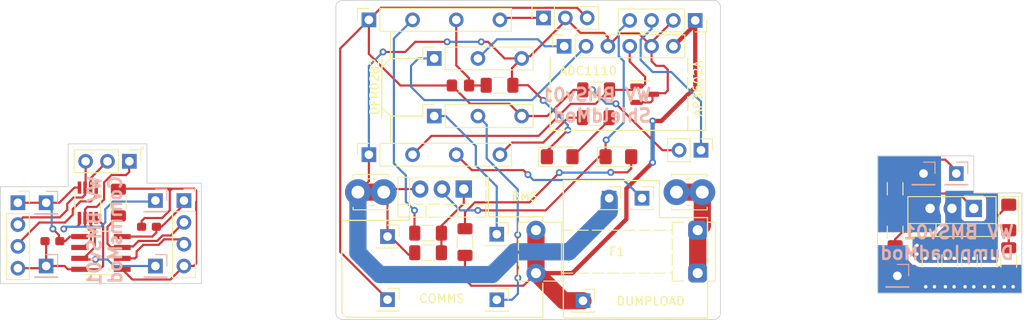
<source format=kicad_pcb>
(kicad_pcb (version 20221018) (generator pcbnew)
  (title_block (title "Skripsie BMS Module") (rev "v01") (company "University of Stellenbosch") (comment 2 "Supervisor: JM Strauss") (comment 3 "Student number: 22877169") (comment 4 "Author: Willem Viljoen"))
  (layers (0 "F.Cu" signal) (31 "B.Cu" signal) (34 "B.Paste" user) (35 "F.Paste" user) (36 "B.SilkS" user "B.Silkscreen") (37 "F.SilkS" user "F.Silkscreen") (38 "B.Mask" user) (39 "F.Mask" user) (44 "Edge.Cuts" user))
  (net 0 "")
  (net 1 "Vcc_OFF_Board")
  (net 2 "GND_ON_Board")
  (net 3 "GND")
  (net 4 "Net-(D1-A)")
  (net 5 "EN(5v)")
  (net 6 "Net-(D2-A)")
  (net 7 "Net-(D3-K)")
  (net 8 "Net-(D3-A)")
  (net 9 "V_terminal")
  (net 10 "V_batt")
  (net 11 "V_REF")
  (net 12 "DUMP_LOAD_ENABLE")
  (net 13 "/D9")
  (net 14 "TX")
  (net 15 "RX")
  (net 16 "Vs")
  (net 17 "I2C_scl")
  (net 18 "I2C_sda")
  (net 19 "Reset")
  (net 20 "/A1")
  (net 21 "DQ")
  (net 22 "5V")
  (net 23 "GND_OFF_Board")
  (net 24 "OUTB_OFF_Board")
  (net 25 "INA_OFF_Board")
  (net 26 "OUTB_ON_Board")
  (net 27 "INA_ON_Board")
  (net 28 "Vcc_ON_Board")
  (net 29 "P1")
  (net 30 "C")
  (net 31 "Net-(Q1-G)")
  (net 32 "Net-(Q2-G)")
  (footprint "Connector_PinSocket_2.54mm:PinSocket_1x05_P2.54mm_Vertical" (layer "F.Cu") (at 123.2025 91.121815 90)
    (fp_text reference "J2" hide)
    (fp_text value "Conn_01x05_Socket" hide)
  )
  (footprint "Resistor_SMD:R_1206_3216Metric_Pad1.30x1.75mm_HandSolder" (layer "F.Cu") (at 176.784 104.674 -90)
    (fp_text reference "R7" hide)
    (fp_text value "10k" hide)
  )
  (footprint "Connector_PinSocket_2.54mm:PinSocket_1x03_P2.54mm_Vertical" (layer "F.Cu") (at 135.9025 79.691815 90)
    (fp_text reference "J16" hide)
    (fp_text value "Conn_01x03_Socket" hide)
  )
  (footprint "Capacitor_SMD:C_0603_1608Metric_Pad1.08x0.95mm_HandSolder" (layer "F.Cu") (at 90.0385 104.013 180)
    (fp_text reference "C1" hide)
    (fp_text value "0.1u" hide)
  )
  (footprint "Connector_PinSocket_2.54mm:PinSocket_1x01_P2.54mm_Vertical" (layer "F.Cu") (at 130.473685 112.517)
    (fp_text reference "J12" hide)
    (fp_text value "Conn_01x01_Socket" hide)
  )
  (footprint "Resistor_SMD:R_1206_3216Metric_Pad1.30x1.75mm_HandSolder" (layer "F.Cu") (at 189.992 108.0125 90)
    (fp_text reference "R8" hide)
    (fp_text value "20" hide)
  )
  (footprint "Connector_PinSocket_2.54mm:PinSocket_1x07_P2.54mm_Vertical" (layer "F.Cu") (at 115.6025 79.920815 90)
    (fp_text reference "J4" hide)
    (fp_text value "Conn_01x07_Socket" hide)
  )
  (footprint "Resistor_SMD:R_1206_3216Metric_Pad1.30x1.75mm_HandSolder" (layer "F.Cu") (at 180.848 108.002 90)
    (fp_text reference "R9" hide)
    (fp_text value "13" hide)
  )
  (footprint "Connector_PinSocket_2.54mm:PinSocket_1x04_P2.54mm_Vertical" (layer "F.Cu") (at 153.5425 79.988815 -90)
    (fp_text reference "J8" hide)
    (fp_text value "Conn_01x04_Socket" hide)
  )
  (footprint "ISO7421DchipFP:ISO7421DchipFP" (layer "F.Cu") (at 84.4505 107.061 180)
    (fp_text reference "U1" hide)
    (fp_text value "ISO7421D" hide)
  )
  (footprint "Resistor_SMD:R_1206_3216Metric_Pad1.30x1.75mm_HandSolder" (layer "F.Cu") (at 86.4825 101.193 -90)
    (fp_text reference "R13" hide)
    (fp_text value "10k" hide)
  )
  (footprint "Package_TO_SOT_THT:TO-220-3_Vertical" (layer "F.Cu") (at 185.928 101.88 180)
    (fp_text reference "Q2" hide)
    (fp_text value "IRF540N" hide)
  )
  (footprint "Connector_PinSocket_2.54mm:PinSocket_1x06_P2.54mm_Vertical" (layer "F.Cu") (at 138.3075 82.993815 90)
    (fp_text reference "J27" hide)
    (fp_text value "Conn_01x06_Socket" hide)
  )
  (footprint "Resistor_SMD:R_1206_3216Metric_Pad1.30x1.75mm_HandSolder" (layer "F.Cu") (at 122.4845 107.039 180)
    (fp_text reference "R4" hide)
    (fp_text value "10k" hide)
  )
  (footprint "Resistor_SMD:R_0805_2012Metric_Pad1.20x1.40mm_HandSolder" (layer "F.Cu") (at 126.2505 87.565815)
    (fp_text reference "TH1" hide)
    (fp_text value "Thermistor_NTC_Temp sensor" hide)
  )
  (footprint "Resistor_SMD:R_1206_3216Metric_Pad1.30x1.75mm_HandSolder" (layer "F.Cu") (at 183.134 108.002 90)
    (fp_text reference "R10" hide)
    (fp_text value "13" hide)
  )
  (footprint "Connector_PinHeader_2.54mm:PinHeader_1x03_P2.54mm_Vertical" (layer "F.Cu") (at 87.7525 96.393 -90)
    (fp_text reference "J21" hide)
    (fp_text value "Conn_01x03" hide)
  )
  (footprint "TerminalBlock_MetzConnect:TerminalBlock_MetzConnect_360272_1x01_Horizontal_ScrewM2.6" (layer "F.Cu") (at 151.365685 99.981)
    (fp_text reference "J5" hide)
    (fp_text value "Screw_Terminal_01x01" hide)
  )
  (footprint "Connector_PinSocket_2.54mm:PinSocket_1x01_P2.54mm_Vertical" (layer "F.Cu") (at 143.5405 100.689)
    (fp_text reference "J11" hide)
    (fp_text value "Conn_01x01_Socket" hide)
  )
  (footprint "Resistor_SMD:R_1206_3216Metric_Pad1.30x1.75mm_HandSolder" (layer "F.Cu") (at 130.791685 87.535 180)
    (fp_text reference "R2" hide)
    (fp_text value "10k" hide)
  )
  (footprint "TI_ANDgateFP:TI_ANDgateFP" (layer "F.Cu") (at 82.9265 101.219 -90)
    (fp_text reference "U2" hide)
    (fp_text value "SN74LVC2G08DCTR" hide)
  )
  (footprint "Connector_PinSocket_2.54mm:PinSocket_1x01_P2.54mm_Vertical" (layer "F.Cu") (at 130.468685 104.882)
    (fp_text reference "J13" hide)
    (fp_text value "Conn_01x01_Socket" hide)
  )
  (footprint "TerminalBlock_MetzConnect:TerminalBlock_MetzConnect_360272_1x01_Horizontal_ScrewM2.6" (layer "F.Cu") (at 114.329685 99.981)
    (fp_text reference "J6" hide)
    (fp_text value "Screw_Terminal_01x01" hide)
  )
  (footprint "LED_SMD:LED_1206_3216Metric_Pad1.42x1.75mm_HandSolder" (layer "F.Cu") (at 137.789 95.863)
    (fp_text reference "D1" hide)
    (fp_text value "LED" hide)
  )
  (footprint "Resistor_SMD:R_1206_3216Metric_Pad1.30x1.75mm_HandSolder" (layer "F.Cu") (at 187.706 108.002 90)
    (fp_text reference "R12" hide)
    (fp_text value "13" hide)
  )
  (footprint "Connector_PinSocket_2.54mm:PinSocket_1x01_P2.54mm_Vertical" (layer "F.Cu") (at 117.768685 112.502)
    (fp_text reference "J14" hide)
    (fp_text value "Conn_01x01_Socket" hide)
  )
  (footprint "Resistor_SMD:R_1206_3216Metric_Pad1.30x1.75mm_HandSolder" (layer "F.Cu") (at 185.42 108.002 90)
    (fp_text reference "R11" hide)
    (fp_text value "13" hide)
  )
  (footprint "Connector_PinSocket_2.54mm:PinSocket_1x04_P2.54mm_Vertical" (layer "F.Cu") (at 94.1025 100.965)
    (fp_text reference "J20" hide)
    (fp_text value "Conn_01x04_Socket" hide)
  )
  (footprint "Connector_PinSocket_2.54mm:PinSocket_1x01_P2.54mm_Vertical" (layer "F.Cu") (at 147.3505 100.689)
    (fp_text reference "J10" hide)
    (fp_text value "Conn_01x01_Socket" hide)
  )
  (footprint "Resistor_SMD:R_1206_3216Metric_Pad1.30x1.75mm_HandSolder" (layer "F.Cu") (at 142.0245 88.073815 180)
    (fp_text reference "R14" hide)
    (fp_text value "10" hide)
  )
  (footprint "Fuse:Fuseholder_Clip-5x20mm_Littelfuse_111_Lateral_P18.80x5.00mm_D1.17mm_Horizontal" (layer "F.Cu") (at 153.8295 109.412 180)
    (fp_text reference "F1")
    (fp_text value "Fuse_Small" hide)
  )
  (footprint "Package_TO_SOT_THT:TO-220-3_Vertical" (layer "F.Cu") (at 126.6365 99.626 180)
    (fp_text reference "Q1" hide)
    (fp_text value "IRF540N" hide)
  )
  (footprint "Resistor_SMD:R_1206_3216Metric_Pad1.30x1.75mm_HandSolder" (layer "F.Cu") (at 176.784 99.594 -90)
    (fp_text reference "R6" hide)
    (fp_text value "499" hide)
  )
  (footprint "Resistor_SMD:R_1206_3216Metric_Pad1.30x1.75mm_HandSolder" (layer "F.Cu") (at 126.7765 105.795 90)
    (fp_text reference "R5" hide)
    (fp_text value "150" hide)
  )
  (footprint "LED_SMD:LED_1206_3216Metric_Pad1.42x1.75mm_HandSolder" (layer "F.Cu") (at 144.6105 95.863)
    (fp_text reference "D2" hide)
    (fp_text value "LED" hide)
  )
  (footprint "Capacitor_SMD:C_0603_1608Metric_Pad1.08x0.95mm_HandSolder" (layer "F.Cu") (at 78.8117 105.6894)
    (fp_text reference "C2" hide)
    (fp_text value "0.1u" hide)
  )
  (footprint "Connector_PinHeader_2.54mm:PinHeader_1x02_P2.54mm_Vertical" (layer "F.Cu") (at 154.2135 95.101 -90)
    (fp_text reference "J7" hide)
    (fp_text value "Conn_01x02_Pin" hide)
  )
  (footprint "Connector_PinSocket_2.54mm:PinSocket_1x04_P2.54mm_Vertical" (layer "F.Cu") (at 74.7985 101.219)
    (fp_text reference "J22" hide)
    (fp_text value "Conn_01x04_Socket" hide)
  )
  (footprint "Connector_PinSocket_2.54mm:PinSocket_1x05_P2.54mm_Vertical" (layer "F.Cu") (at 123.2025 84.416215 90)
    (fp_text reference "J3" hide)
    (fp_text value "Conn_01x05_Socket" hide)
  )
  (footprint "Connector_PinSocket_2.54mm:PinSocket_1x01_P2.54mm_Vertical" (layer "F.Cu") (at 140.4925 112.627)
    (fp_text reference "J9" hide)
    (fp_text value "Conn_01x01_Socket" hide)
  )
  (footprint "Resistor_SMD:R_1206_3216Metric_Pad1.30x1.75mm_HandSolder" (layer "F.Cu") (at 141.986 91.313)
    (fp_text reference "R1" hide)
    (fp_text value "150" hide)
  )
  (footprint "Connector_PinSocket_2.54mm:PinSocket_1x07_P2.54mm_Vertical" (layer "F.Cu") (at 115.6025 95.620815 90)
    (fp_text reference "J1" hide)
    (fp_text value "Conn_01x07_Socket" hide)
  )
  (footprint "Connector_PinSocket_2.54mm:PinSocket_1x01_P2.54mm_Vertical" (layer "F.Cu") (at 117.768685 105.152)
    (fp_text reference "J15" hide)
    (fp_text value "Conn_01x01_Socket" hide)
  )
  (footprint "Resistor_SMD:R_1206_3216Metric_Pad1.30x1.75mm_HandSolder" (layer "F.Cu") (at 122.4845 104.753)
    (fp_text reference "R3" hide)
    (fp_text value "499" hide)
  )
  (footprint "Package_TO_SOT_SMD:SOT-23" (layer "F.Cu") (at 147.665 88.581815)
    (fp_text reference "U3" hide)
    (fp_text value "LM4040DBZ-5" hide)
  )
  (footprint "LED_SMD:LED_1206_3216Metric_Pad1.42x1.75mm_HandSolder" (layer "F.Cu") (at 189.992 102.9325 -90)
    (fp_text reference "D3" hide)
    (fp_text value "Blue LED" hide)
  )
  (footprint "Connector_PinHeader_2.54mm:PinHeader_1x01_P2.54mm_Vertical" (layer "B.Cu") (at 90.7841 108.585 180)
    (fp_text reference "J24" hide)
    (fp_text value "Conn_01x01_Pin" hide)
  )
  (footprint "Connector_PinHeader_2.54mm:PinHeader_1x01_P2.54mm_Vertical" (layer "B.Cu") (at 180.086 97.816 180)
    (fp_text reference "J19" hide)
    (fp_text value "Conn_01x01_Pin" hide)
  )
  (footprint "Connector_PinHeader_2.54mm:PinHeader_1x01_P2.54mm_Vertical" (layer "B.Cu") (at 78.0841 101.219 180)
    (fp_text reference "J23" hide)
    (fp_text value "Conn_01x01_Pin" hide)
  )
  (footprint "Connector_PinHeader_2.54mm:PinHeader_1x01_P2.54mm_Vertical" (layer "B.Cu") (at 78.0841 108.5778 180)
    (fp_text reference "J26" hide)
    (fp_text value "Conn_01x01_Pin" hide)
  )
  (footprint "Connector_PinHeader_2.54mm:PinHeader_1x01_P2.54mm_Vertical" (layer "B.Cu") (at 90.7841 100.9578 180)
    (fp_text reference "J25" hide)
    (fp_text value "Conn_01x01_Pin" hide)
  )
  (footprint "Connector_PinHeader_2.54mm:PinHeader_1x01_P2.54mm_Vertical" (layer "B.Cu") (at 183.896 97.816 180)
    (fp_text reference "J18" hide)
    (fp_text value "Conn_01x01_Pin" hide)
  )
  (footprint "Connector_PinHeader_2.54mm:PinHeader_1x01_P2.54mm_Vertical" (layer "B.Cu") (at 177.038 109.728 180)
    (fp_text reference "J17" hide)
    (fp_text value "Conn_01x01_Pin" hide)
  )
  (gr_line (start 149.3825 98.631) (end 138.2065 98.631) (stroke (width 0.15)) (layer "F.SilkS"))
  (gr_line (start 138.2065 98.631) (end 138.2065 114.633) (stroke (width 0.15)) (layer "F.SilkS"))
  (gr_line (start 112.453685 114.045) (end 112.453685 103.269) (stroke (width 0.15)) (layer "F.SilkS"))
  (gr_line (start 118.1225 81.273815) (end 118.1225 84.445815) (stroke (width 0.15)) (layer "F.SilkS"))
  (gr_line (start 135.821685 103.356) (end 135.821685 102.861) (stroke (width 0.15)) (layer "F.SilkS"))
  (gr_line (start 154.9705 102.949) (end 149.3825 102.949) (stroke (width 0.15)) (layer "F.SilkS"))
  (gr_line (start 135.821685 114.545) (end 112.953685 114.545) (stroke (width 0.15)) (layer "F.SilkS"))
  (gr_line (start 118.1225 94.253815) (end 118.1225 91.121815) (stroke (width 0.15)) (layer "F.SilkS"))
  (gr_line (start 136.6769 84.279215) (end 136.6769 92.789215) (stroke (width 0.15)) (layer "F.SilkS"))
  (gr_line (start 152.6769 92.779215) (end 152.6769 84.259215) (stroke (width 0.15) (type dash)) (layer "F.SilkS"))
  (gr_line (start 149.3825 102.949) (end 149.3825 98.631) (stroke (width 0.15)) (layer "F.SilkS"))
  (gr_line (start 117.1065 91.375815) (end 117.1065 84.263815) (stroke (width 0.15)) (layer "F.SilkS"))
  (gr_line (start 135.821685 102.861) (end 129.480685 102.861) (stroke (width 0.15)) (layer "F.SilkS"))
  (gr_line (start 118.1225 91.121815) (end 121.8225 91.121815) (stroke (width 0.15)) (layer "F.SilkS"))
  (gr_line (start 154.7365 92.789215) (end 154.7365 81.268815) (stroke (width 0.15)) (layer "F.SilkS"))
  (gr_line (start 118.1225 84.445815) (end 117.1225 85.445815) (stroke (width 0.15)) (layer "F.SilkS"))
  (gr_line (start 118.1225 91.121815) (end 117.1225 90.121815) (stroke (width 0.15)) (layer "F.SilkS"))
  (gr_line (start 135.821685 114.545) (end 135.821685 110.591) (stroke (width 0.15)) (layer "F.SilkS"))
  (gr_line (start 120.327685 103.269) (end 120.327685 98.289) (stroke (width 0.15)) (layer "F.SilkS"))
  (gr_line (start 144.7425 81.678815) (end 144.7425 81.318815) (stroke (width 0.15)) (layer "F.SilkS"))
  (gr_line (start 136.6769 92.789215) (end 154.7365 92.789215) (stroke (width 0.15)) (layer "F.SilkS"))
  (gr_line (start 138.2065 114.633) (end 154.9705 114.633) (stroke (width 0.15)) (layer "F.SilkS"))
  (gr_line (start 154.9705 114.633) (end 154.9705 102.949) (stroke (width 0.15)) (layer "F.SilkS"))
  (gr_line (start 118.1225 84.445815) (end 121.8225 84.445815) (stroke (width 0.15)) (layer "F.SilkS"))
  (gr_line (start 129.480685 102.861) (end 129.480685 98.289) (stroke (width 0.15)) (layer "F.SilkS"))
  (gr_line (start 129.480685 98.289) (end 120.327685 98.289) (stroke (width 0.15)) (layer "F.SilkS"))
  (gr_line (start 112.453685 103.269) (end 120.327685 103.269) (stroke (width 0.15)) (layer "F.SilkS"))
  (gr_line (start 112.453685 114.045) (end 112.953685 114.545) (stroke (width 0.15)) (layer "F.SilkS"))
  (gr_line (start 96.1345 110.617) (end 96.1345 98.933) (stroke (width 0.1)) (layer "Edge.Cuts"))
  (gr_line (start 96.1345 98.933) (end 89.7935 98.933) (stroke (width 0.1)) (layer "Edge.Cuts"))
  (gr_line (start 72.7665 110.617) (end 72.7665 99.341) (stroke (width 0.1)) (layer "Edge.Cuts"))
  (gr_line (start 112.522 114.808) (end 155.7145 114.808) (stroke (width 0.1)) (layer "Edge.Cuts"))
  (gr_arc (start 156.4765 114.046) (mid 156.253315 114.584815) (end 155.7145 114.808) (stroke (width 0.1)) (layer "Edge.Cuts"))
  (gr_line (start 191.516 111.76) (end 191.516 100.076) (stroke (width 0.1)) (layer "Edge.Cuts"))
  (gr_line (start 156.4765 114.046) (end 156.4765 78.421815) (stroke (width 0.1)) (layer "Edge.Cuts"))
  (gr_arc (start 111.76 78.421815) (mid 111.983182 77.882997) (end 112.522 77.659815) (stroke (width 0.1)) (layer "Edge.Cuts"))
  (gr_line (start 89.7935 94.361) (end 80.6405 94.361) (stroke (width 0.1)) (layer "Edge.Cuts"))
  (gr_line (start 96.1345 110.617) (end 72.7665 110.617) (stroke (width 0.1)) (layer "Edge.Cuts"))
  (gr_line (start 185.928 100.076) (end 185.928 95.758) (stroke (width 0.1)) (layer "Edge.Cuts"))
  (gr_line (start 174.752 95.758) (end 174.752 111.76) (stroke (width 0.1)) (layer "Edge.Cuts"))
  (gr_arc (start 112.522 114.808) (mid 111.983185 114.584815) (end 111.76 114.046) (stroke (width 0.1)) (layer "Edge.Cuts"))
  (gr_line (start 185.928 95.758) (end 174.752 95.758) (stroke (width 0.1)) (layer "Edge.Cuts"))
  (gr_line (start 155.7145 77.659815) (end 112.522 77.659815) (stroke (width 0.1)) (layer "Edge.Cuts"))
  (gr_line (start 191.516 100.076) (end 185.928 100.076) (stroke (width 0.1)) (layer "Edge.Cuts"))
  (gr_line (start 80.6405 99.341) (end 80.6405 94.361) (stroke (width 0.1)) (layer "Edge.Cuts"))
  (gr_line (start 72.7665 99.341) (end 80.6405 99.341) (stroke (width 0.1)) (layer "Edge.Cuts"))
  (gr_line (start 89.7935 98.933) (end 89.7935 94.361) (stroke (width 0.1)) (layer "Edge.Cuts"))
  (gr_arc (start 155.7145 77.659815) (mid 156.2533 77.883006) (end 156.4765 78.421815) (stroke (width 0.1)) (layer "Edge.Cuts"))
  (gr_line (start 111.76 78.421815) (end 111.76 114.046) (stroke (width 0.1)) (layer "Edge.Cuts"))
  (gr_line (start 174.752 111.76) (end 191.516 111.76) (stroke (width 0.1)) (layer "Edge.Cuts"))
  (gr_text "WV BMSv01\nCommsMod" (at 86.9905 97.917 90) (layer "B.SilkS") (effects (font (size 1.5 1.5) (thickness 0.3) bold) (justify left bottom mirror)))
  (gr_text "WV BMSv01\nShieldMod" (at 148.59 91.948) (layer "B.SilkS") (effects (font (size 1.5 1.5) (thickness 0.3) bold) (justify left bottom mirror)))
  (gr_text "WV BMSv01\nDumploadMod" (at 190.754 107.95) (layer "B.SilkS") (effects (font (size 1.5 1.5) (thickness 0.3) bold) (justify left bottom mirror)))
  (gr_text "DUMPLOAD" (at 144.3025 113.262) (layer "F.SilkS") (effects (font (size 1 1)) (justify left bottom)))
  (gr_text "BMS" (at 132.08 101.092) (layer "F.SilkS") (effects (font (size 1 1)) (justify left bottom)))
  (gr_text "COMMS" (at 121.343685 112.971) (layer "F.SilkS") (effects (font (size 1 1)) (justify left bottom)))
  (gr_text "ADC1110" (at 137.6805 86.436815) (layer "F.SilkS") (effects (font (size 1 1)) (justify left bottom)))
  (gr_text "DFR0282" (at 116.8525 91.121815 90) (layer "F.SilkS") (effects (font (size 1 1)) (justify left bottom)))
  (gr_text "AP3602A" (at 154.4325 91.268815 90) (layer "F.SilkS") (effects (font (size 1 1)) (justify left bottom)))
  (segment (start 92.7165 99.579) (end 92.6129 99.579) (width 0.25) (layer "F.Cu") (net 1))
  (segment (start 89.176 103.3515) (end 89.5305 102.997) (width 0.25) (layer "F.Cu") (net 1))
  (segment (start 92.4565 99.839) (end 92.7165 99.579) (width 0.25) (layer "F.Cu") (net 1))
  (segment (start 95.3065 99.579) (end 92.7165 99.579) (width 0.25) (layer "F.Cu") (net 1))
  (segment (start 92.3465 99.579) (end 92.2365 99.579) (width 0.25) (layer "F.Cu") (net 1))
  (segment (start 92.5285 110.159) (end 88.1135 110.159) (width 0.25) (layer "F.Cu") (net 1))
  (segment (start 92.4565 102.103) (end 92.4565 99.839) (width 0.25) (layer "F.Cu") (net 1))
  (segment (start 89.176 104.013) (end 89.176 103.3515) (width 0.25) (layer "F.Cu") (net 1))
  (segment (start 92.4565 99.839) (end 92.4565 99.579) (width 0.25) (layer "F.Cu") (net 1))
  (segment (start 95.5265 108.289) (end 95.5265 99.799) (width 0.25) (layer "F.Cu") (net 1))
  (segment (start 92.6129 99.579) (end 92.3465 99.579) (width 0.25) (layer "F.Cu") (net 1))
  (segment (start 92.4565 99.839) (end 92.4565 99.799) (width 0.25) (layer "F.Cu") (net 1))
  (segment (start 89.5305 102.997) (end 91.5625 102.997) (width 0.25) (layer "F.Cu") (net 1))
  (segment (start 92.2365 99.579) (end 86.5465 99.579) (width 0.25) (layer "F.Cu") (net 1))
  (segment (start 94.1025 108.585) (end 95.2305 108.585) (width 0.25) (layer "F.Cu") (net 1))
  (segment (start 88.1135 110.159) (end 86.9205 108.966) (width 0.25) (layer "F.Cu") (net 1))
  (segment (start 95.2305 108.585) (end 95.5265 108.289) (width 0.25) (layer "F.Cu") (net 1))
  (segment (start 92.4565 99.799) (end 92.2365 99.579) (width 0.25) (layer "F.Cu") (net 1))
  (segment (start 95.5265 99.799) (end 95.3065 99.579) (width 0.25) (layer "F.Cu") (net 1))
  (segment (start 94.1025 108.585) (end 92.5285 110.159) (width 0.25) (layer "F.Cu") (net 1))
  (segment (start 86.5465 99.579) (end 86.4825 99.643) (width 0.25) (layer "F.Cu") (net 1))
  (segment (start 91.5625 102.997) (end 92.4565 102.103) (width 0.25) (layer "F.Cu") (net 1))
  (segment (start 80.2961 105.6894) (end 80.8295 105.156) (width 0.25) (layer "F.Cu") (net 2))
  (segment (start 80.8295 105.156) (end 81.9805 105.156) (width 0.25) (layer "F.Cu") (net 2))
  (segment (start 79.6065 101.219) (end 81.3765 99.449) (width 0.25) (layer "F.Cu") (net 2))
  (segment (start 81.3765 99.449) (end 81.9515 99.449) (width 0.25) (layer "F.Cu") (net 2))
  (segment (start 74.7985 101.219) (end 79.6065 101.219) (width 0.25) (layer "F.Cu") (net 2))
  (segment (start 79.5665 105.5817) (end 79.6742 105.6894) (width 0.25) (layer "F.Cu") (net 2))
  (segment (start 78.8625 104.267) (end 79.5665 104.971) (width 0.25) (layer "F.Cu") (net 2))
  (segment (start 79.6742 105.6894) (end 80.2961 105.6894) (width 0.25) (layer "F.Cu") (net 2))
  (segment (start 79.5665 104.971) (end 79.5665 105.5817) (width 0.25) (layer "F.Cu") (net 2))
  (via blind (at 78.8625 104.267) (size 0.8) (drill 0.4) (layers "F.Cu" "B.Cu") (net 2))
  (segment (start 78.7265 104.131) (end 78.8625 104.267) (width 0.25) (layer "B.Cu") (net 2))
  (segment (start 78.4905 100.965) (end 78.7265 101.201) (width 0.25) (layer "B.Cu") (net 2))
  (segment (start 78.7265 101.201) (end 78.7265 104.131) (width 0.25) (layer "B.Cu") (net 2))
  (segment (start 117.684685 99.626) (end 117.329685 99.981) (width 0.25) (layer "F.Cu") (net 3))
  (segment (start 146.9875 81.513815) (end 148.4675 82.993815) (width 0.25) (layer "F.Cu") (net 3))
  (segment (start 133.3625 84.416215) (end 133.6099 84.168815) (width 0.25) (layer "F.Cu") (net 3))
  (segment (start 148.35287 89.531815) (end 148.571685 89.313) (width 0.25) (layer "F.Cu") (net 3))
  (segment (start 118.106 105.152) (end 117.768685 105.152) (width 0.25) (layer "F.Cu") (net 3))
  (segment (start 120.224 107.27) (end 118.106 105.152) (width 0.25) (layer "F.Cu") (net 3))
  (segment (start 120.7035 107.27) (end 120.224 107.27) (width 0.25) (layer "F.Cu") (net 3))
  (segment (start 148.4675 82.523815) (end 148.4675 82.993815) (width 0.25) (layer "F.Cu") (net 3))
  (segment (start 121 82.48) (end 124.7 82.48) (width 0.25) (layer "F.Cu") (net 3))
  (segment (start 134.105 87.535) (end 132.341685 87.535) (width 0.25) (layer "F.Cu") (net 3))
  (segment (start 178.67 104.59) (end 180.848 102.412) (width 0.25) (layer "F.Cu") (net 3))
  (segment (start 138.4425 80.053815) (end 138.4425 79.691815) (width 0.25) (layer "F.Cu") (net 3))
  (segment (start 132.2365 87.565815) (end 132.2365 85.542215) (width 0.25) (layer "F.Cu") (net 3))
  (segment (start 144.8675 81.513815) (end 146.9875 81.513815) (width 0.25) (layer "F.Cu") (net 3))
  (segment (start 115.6025 98.708185) (end 114.329685 99.981) (width 0.25) (layer "F.Cu") (net 3))
  (segment (start 114.329685 99.981) (end 117.329685 99.981) (width 2) (layer "F.Cu") (net 3))
  (segment (start 176.78 106.22) (end 176.78 105.47) (width 0.25) (layer "F.Cu") (net 3))
  (segment (start 151.0025 79.988815) (end 148.4675 82.523815) (width 0.25) (layer "F.Cu") (net 3))
  (segment (start 128.67 82.48) (end 129.45 82.48) (width 0.25) (layer "F.Cu") (net 3))
  (segment (start 148.4675 84.738815) (end 148.4675 82.993815) (width 0.25) (layer "F.Cu") (net 3))
  (segment (start 121.5565 99.626) (end 117.684685 99.626) (width 0.25) (layer "F.Cu") (net 3))
  (segment (start 135.87 89.3) (end 134.105 87.535) (width 0.25) (layer "F.Cu") (net 3))
  (segment (start 180.848 102.412) (end 180.848 101.88) (width 0.25) (layer "F.Cu") (net 3))
  (segment (start 150.0425 88.463815) (end 150.349685 88.15663) (width 0.25) (layer "F.Cu") (net 3))
  (segment (start 148.571685 88.61263) (end 148.6025 88.581815) (width 0.25) (layer "F.Cu") (net 3))
  (segment (start 119.82 83.66) (end 121 82.48) (width 0.25) (layer "F.Cu") (net 3))
  (segment (start 146.7275 89.531815) (end 148.35287 89.531815) (width 0.25) (layer "F.Cu") (net 3))
  (segment (start 117.768685 100.42) (end 117.329685 99.981) (width 0.25) (layer "F.Cu") (net 3))
  (segment (start 149.9025 85.273815) (end 149.0025 85.273815) (width 0.25) (layer "F.Cu") (net 3))
  (segment (start 177.66 104.59) (end 178.67 104.59) (width 0.25) (layer "F.Cu") (net 3))
  (segment (start 132.2365 85.542215) (end 133.3625 84.416215) (width 0.25) (layer "F.Cu") (net 3))
  (segment (start 143.3875 82.993815) (end 144.8675 81.513815) (width 0.25) (layer "F.Cu") (net 3))
  (segment (start 176.784 106.224) (end 176.78 106.22) (width 0.25) (layer "F.Cu") (net 3))
  (segment (start 143.3875 82.993815) (end 143.3875 81.918815) (width 0.25) (layer "F.Cu") (net 3))
  (segment (start 176.78 105.47) (end 177.66 104.59) (width 0.25) (layer "F.Cu") (net 3))
  (segment (start 117.25 83.66) (end 119.82 83.66) (width 0.25) (layer "F.Cu") (net 3))
  (segment (start 133.6099 84.168815) (end 134.3275 84.168815) (width 0.25) (layer "F.Cu") (net 3))
  (segment (start 150.349685 85.721) (end 149.9025 85.273815) (width 0.25) (layer "F.Cu") (net 3))
  (segment (start 136.3015 95.863) (end 136.3015 95.1885) (width 0.25) (layer "F.Cu") (net 3))
  (segment (start 143.3875 81.918815) (end 142.9025 81.433815) (width 0.25) (layer "F.Cu") (net 3))
  (segment (start 148.6075 88.463815) (end 150.0425 88.463815) (width 0.25) (layer "F.Cu") (net 3))
  (segment (start 115.6025 95.620815) (end 115.6025 98.708185) (width 0.25) (layer "F.Cu") (net 3))
  (segment (start 120.9345 107.039) (end 120.7035 107.27) (width 0.25) (layer "F.Cu") (net 3))
  (segment (start 129.45 82.48) (end 131.386215 84.416215) (width 0.25) (layer "F.Cu") (net 3))
  (segment (start 148.6025 88.468815) (end 148.6075 88.463815) (width 0.25) (layer "F.Cu") (net 3))
  (segment (start 149.0025 85.273815) (end 148.4675 84.738815) (width 0.25) (layer "F.Cu") (net 3))
  (segment (start 140.1845 81.433815) (end 138.4425 79.691815) (width 0.25) (layer "F.Cu") (net 3))
  (segment (start 136.3015 95.1885) (end 138.73 92.76) (width 0.25) (layer "F.Cu") (net 3))
  (segment (start 134.3275 84.168815) (end 138.4425 80.053815) (width 0.25) (layer "F.Cu") (net 3))
  (segment (start 150.349685 88.15663) (end 150.349685 85.721) (width 0.25) (layer "F.Cu") (net 3))
  (segment (start 148.571685 89.313) (end 148.571685 88.61263) (width 0.25) (layer "F.Cu") (net 3))
  (segment (start 142.9025 81.433815) (end 140.1845 81.433815) (width 0.25) (layer "F.Cu") (net 3))
  (segment (start 117.768685 105.152) (end 117.768685 100.42) (width 0.25) (layer "F.Cu") (net 3))
  (segment (start 131.386215 84.416215) (end 133.3625 84.416215) (width 0.25) (layer "F.Cu") (net 3))
  (via blind (at 124.7 82.48) (size 0.8) (drill 0.4) (layers "F.Cu" "B.Cu") (net 3))
  (via blind (at 138.73 92.76) (size 0.8) (drill 0.4) (layers "F.Cu" "B.Cu") (net 3))
  (via blind (at 135.87 89.3) (size 0.8) (drill 0.4) (layers "F.Cu" "B.Cu") (net 3))
  (via blind (at 128.67 82.48) (size 0.8) (drill 0.4) (layers "F.Cu" "B.Cu") (net 3))
  (via blind (at 117.25 83.66) (size 0.8) (drill 0.4) (layers "F.Cu" "B.Cu") (net 3))
  (segment (start 132.58 106.93) (end 129.93 109.58) (width 2) (layer "B.Cu") (net 3))
  (segment (start 138.73 92.16) (end 135.87 89.3) (width 0.25) (layer "B.Cu") (net 3))
  (segment (start 115.6025 85.3075) (end 117.25 83.66) (width 0.25) (layer "B.Cu") (net 3))
  (segment (start 118.177685 104.893) (end 118.413685 105.129) (width 0.25) (layer "B.Cu") (net 3))
  (segment (start 143.5405 100.689) (end 143.5405 102.2495) (width 2) (layer "B.Cu") (net 3))
  (segment (start 138.86 106.93) (end 132.58 106.93) (width 2) (layer "B.Cu") (net 3))
  (segment (start 129.93 109.58) (end 125.123342 109.58) (width 2) (layer "B.Cu") (net 3))
  (segment (start 115.6025 95.620815) (end 115.6025 85.3075) (width 0.25) (layer "B.Cu") (net 3))
  (segment (start 116.856657 109.58) (end 125.123342 109.58) (width 2) (layer "B.Cu") (net 3))
  (segment (start 125.123342 109.58) (end 125.133342 109.59) (width 0.25) (layer "B.Cu") (net 3))
  (segment (start 138.73 92.76) (end 138.73 92.16) (width 0.25) (layer "B.Cu") (net 3))
  (segment (start 143.5405 102.2495) (end 138.86 106.93) (width 2) (layer "B.Cu") (net 3))
  (segment (start 114.329685 107.053028) (end 114.796342 107.519685) (width 2) (layer "B.Cu") (net 3))
  (segment (start 114.796342 107.519685) (end 116.856657 109.58) (width 2) (layer "B.Cu") (net 3))
  (segment (start 124.7 82.48) (end 128.67 82.48) (width 0.25) (layer "B.Cu") (net 3))
  (segment (start 114.329685 99.981) (end 114.329685 107.053028) (width 2) (layer "B.Cu") (net 3))
  (segment (start 143.536 91.6035) (end 143.536 91.313) (width 0.25) (layer "F.Cu") (net 4))
  (segment (start 139.2765 95.863) (end 143.536 91.6035) (width 0.25) (layer "F.Cu") (net 4))
  (segment (start 141.732 96.52) (end 142.389 95.863) (width 0.25) (layer "F.Cu") (net 5))
  (segment (start 136.144 102.108) (end 141.732 96.52) (width 0.25) (layer "F.Cu") (net 5))
  (segment (start 143.123 95.863) (end 143.123 93.977) (width 0.25) (layer "F.Cu") (net 5))
  (segment (start 142.389 95.863) (end 143.123 95.863) (width 0.25) (layer "F.Cu") (net 5))
  (segment (start 143.123 93.977) (end 143.19 93.91) (width 0.25) (layer "F.Cu") (net 5))
  (segment (start 128.27 102.108) (end 136.144 102.108) (width 0.25) (layer "F.Cu") (net 5))
  (via blind (at 128.27 102.108) (size 0.8) (drill 0.4) (layers "F.Cu" "B.Cu") (net 5))
  (via blind (at 143.19 93.91) (size 0.8) (drill 0.4) (layers "F.Cu" "B.Cu") (net 5))
  (segment (start 145.9225 79.988815) (end 144.65 81.261315) (width 0.25) (layer "B.Cu") (net 5))
  (segment (start 144.65 84.15) (end 145.23 84.73) (width 0.25) (layer "B.Cu") (net 5))
  (segment (start 145.23 84.73) (end 145.23 91.87) (width 0.25) (layer "B.Cu") (net 5))
  (segment (start 124.0965 99.626) (end 124.0965 99.9665) (width 0.25) (layer "B.Cu") (net 5))
  (segment (start 126.238 102.108) (end 128.27 102.108) (width 0.25) (layer "B.Cu") (net 5))
  (segment (start 124.0965 99.9665) (end 126.238 102.108) (width 0.25) (layer "B.Cu") (net 5))
  (segment (start 145.23 91.87) (end 143.19 93.91) (width 0.25) (layer "B.Cu") (net 5))
  (segment (start 144.65 81.261315) (end 144.65 84.15) (width 0.25) (layer "B.Cu") (net 5))
  (segment (start 127.93 101.17) (end 134.28 101.17) (width 0.25) (layer "F.Cu") (net 6))
  (segment (start 146.098 97.232) (end 146.098 95.863) (width 0.25) (layer "F.Cu") (net 6))
  (segment (start 126.7765 102.3235) (end 127.93 101.17) (width 0.25) (layer "F.Cu") (net 6))
  (segment (start 143.72 97.68) (end 145.65 97.68) (width 0.25) (layer "F.Cu") (net 6))
  (segment (start 145.65 97.68) (end 146.098 97.232) (width 0.25) (layer "F.Cu") (net 6))
  (segment (start 126.7765 104.245) (end 126.7765 102.3235) (width 0.25) (layer "F.Cu") (net 6))
  (segment (start 134.28 101.17) (end 137.74 97.71) (width 0.25) (layer "F.Cu") (net 6))
  (via blind (at 137.74 97.71) (size 0.8) (drill 0.4) (layers "F.Cu" "B.Cu") (net 6))
  (via blind (at 143.72 97.68) (size 0.8) (drill 0.4) (layers "F.Cu" "B.Cu") (net 6))
  (segment (start 137.74 97.71) (end 143.69 97.71) (width 0.25) (layer "B.Cu") (net 6))
  (segment (start 143.69 97.71) (end 143.72 97.68) (width 0.25) (layer "B.Cu") (net 6))
  (segment (start 187.706 103.731) (end 189.992 101.445) (width 0.25) (layer "F.Cu") (net 7))
  (segment (start 187.706 106.452) (end 187.706 103.731) (width 0.25) (layer "F.Cu") (net 7))
  (via blind (at 183.642 107.696) (size 0.8) (drill 0.4) (layers "F.Cu" "B.Cu") (net 7))
  (via blind (at 185.928 107.696) (size 0.8) (drill 0.4) (layers "F.Cu" "B.Cu") (net 7))
  (via blind (at 180.34 107.696) (size 0.8) (drill 0.4) (layers "F.Cu" "B.Cu") (net 7))
  (via blind (at 179.324 107.188) (size 0.8) (drill 0.4) (layers "F.Cu" "B.Cu") (net 7))
  (via blind (at 187.198 107.696) (size 0.8) (drill 0.4) (layers "F.Cu" "B.Cu") (net 7))
  (via blind (at 179.324 106.172) (size 0.8) (drill 0.4) (layers "F.Cu" "B.Cu") (net 7))
  (via blind (at 184.912 107.696) (size 0.8) (drill 0.4) (layers "F.Cu" "B.Cu") (net 7))
  (via blind (at 188.214 107.696) (size 0.8) (drill 0.4) (layers "F.Cu" "B.Cu") (net 7))
  (via blind (at 182.626 107.696) (size 0.8) (drill 0.4) (layers "F.Cu" "B.Cu") (net 7))
  (via blind (at 181.356 107.696) (size 0.8) (drill 0.4) (layers "F.Cu" "B.Cu") (net 7))
  (segment (start 189.992 104.42) (end 189.992 106.4625) (width 0.25) (layer "F.Cu") (net 8))
  (segment (start 151.365685 99.981) (end 154.365685 99.981) (width 2) (layer "F.Cu") (net 9))
  (segment (start 154.365685 99.981) (end 154.365685 103.875815) (width 2) (layer "F.Cu") (net 9))
  (segment (start 153.8295 104.412) (end 153.8295 109.412) (width 2) (layer "F.Cu") (net 9))
  (segment (start 154.365685 103.875815) (end 153.8295 104.412) (width 2) (layer "F.Cu") (net 9))
  (segment (start 135.0295 104.412) (end 135.0295 109.412) (width 2) (layer "F.Cu") (net 10))
  (segment (start 148.59 96.52) (end 145.542 99.568) (width 0.5) (layer "F.Cu") (net 10))
  (segment (start 153.5425 80.458815) (end 151.0075 82.993815) (width 0.5) (layer "F.Cu") (net 10))
  (segment (start 135.0295 109.412) (end 133.5615 110.88) (width 0.25) (layer "F.Cu") (net 10))
  (segment (start 153.5425 79.988815) (end 153.5425 87.7575) (width 0.5) (layer "F.Cu") (net 10))
  (segment (start 138.2445 112.627) (end 135.0295 109.412) (width 2) (layer "F.Cu") (net 10))
  (segment (start 153.5425 79.988815) (end 153.5425 80.458815) (width 0.25) (layer "F.Cu") (net 10))
  (segment (start 139.254 109.412) (end 135.0295 109.412) (width 0.5) (layer "F.Cu") (net 10))
  (segment (start 126.7765 110.1365) (end 126.7765 107.345) (width 0.25) (layer "F.Cu") (net 10))
  (segment (start 149.606 91.694) (end 148.59 91.694) (width 0.5) (layer "F.Cu") (net 10))
  (segment (start 153.5425 87.7575) (end 149.606 91.694) (width 0.5) (layer "F.Cu") (net 10))
  (segment (start 145.542 99.568) (end 145.542 103.124) (width 0.5) (layer "F.Cu") (net 10))
  (segment (start 145.542 103.124) (end 139.254 109.412) (width 0.5) (layer "F.Cu") (net 10))
  (segment (start 133.5615 110.88) (end 127.52 110.88) (width 0.25) (layer "F.Cu") (net 10))
  (segment (start 127.52 110.88) (end 126.7765 110.1365) (width 0.25) (layer "F.Cu") (net 10))
  (segment (start 140.4925 112.627) (end 138.2445 112.627) (width 2) (layer "F.Cu") (net 10))
  (via blind (at 181.356 110.998) (size 0.8) (drill 0.4) (layers "F.Cu" "B.Cu") (net 10))
  (via blind (at 183.642 110.998) (size 0.8) (drill 0.4) (layers "F.Cu" "B.Cu") (net 10))
  (via blind (at 148.59 96.52) (size 0.8) (drill 0.4) (layers "F.Cu" "B.Cu") (net 10))
  (via blind (at 189.484 110.998) (size 0.8) (drill 0.4) (layers "F.Cu" "B.Cu") (net 10))
  (via blind (at 187.198 110.998) (size 0.8) (drill 0.4) (layers "F.Cu" "B.Cu") (net 10))
  (via blind (at 148.59 91.694) (size 0.8) (drill 0.4) (layers "F.Cu" "B.Cu") (net 10))
  (via blind (at 185.928 110.998) (size 0.8) (drill 0.4) (layers "F.Cu" "B.Cu") (net 10))
  (via blind (at 184.912 110.998) (size 0.8) (drill 0.4) (layers "F.Cu" "B.Cu") (net 10))
  (via blind (at 180.34 110.998) (size 0.8) (drill 0.4) (layers "F.Cu" "B.Cu") (net 10))
  (via blind (at 188.214 110.998) (size 0.8) (drill 0.4) (layers "F.Cu" "B.Cu") (net 10))
  (via blind (at 190.5 110.998) (size 0.8) (drill 0.4) (layers "F.Cu" "B.Cu") (net 10))
  (via blind (at 182.626 110.998) (size 0.8) (drill 0.4) (layers "F.Cu" "B.Cu") (net 10))
  (segment (start 148.59 91.694) (end 148.59 96.52) (width 0.5) (layer "B.Cu") (net 10))
  (segment (start 147.7175 87.373185) (end 147.45887 87.631815) (width 0.25) (layer "F.Cu") (net 11))
  (segment (start 139.07 89.7) (end 141.948315 89.7) (width 0.25) (layer "F.Cu") (net 11))
  (segment (start 122.873315 93.43) (end 135.34 93.43) (width 0.25) (layer "F.Cu") (net 11))
  (segment (start 143.5225 88.073815) (end 146.2025 88.073815) (width 0.25) (layer "F.Cu") (net 11))
  (segment (start 147.45887 87.631815) (end 146.7275 87.631815) (width 0.25) (layer "F.Cu") (net 11))
  (segment (start 145.9275 82.993815) (end 145.9275 84.778815) (width 0.25) (layer "F.Cu") (net 11))
  (segment (start 146.2025 88.073815) (end 146.7825 87.493815) (width 0.25) (layer "F.Cu") (net 11))
  (segment (start 143.5825 88.133815) (end 143.5225 88.073815) (width 0.25) (layer "F.Cu") (net 11))
  (segment (start 145.9275 84.778815) (end 147.7175 86.568815) (width 0.25) (layer "F.Cu") (net 11))
  (segment (start 120.6825 95.620815) (end 122.873315 93.43) (width 0.25) (layer "F.Cu") (net 11))
  (segment (start 141.948315 89.7) (end 143.5745 88.073815) (width 0.25) (layer "F.Cu") (net 11))
  (segment (start 135.34 93.43) (end 139.07 89.7) (width 0.25) (layer "F.Cu") (net 11))
  (segment (start 147.7175 86.568815) (end 147.7175 87.373185) (width 0.25) (layer "F.Cu") (net 11))
  (segment (start 134.09 97.94) (end 133.57 97.42) (width 0.25) (layer "F.Cu") (net 12))
  (segment (start 177.77 96.2) (end 182.61 96.2) (width 0.25) (layer "F.Cu") (net 12))
  (segment (start 176.78 97.19) (end 177.77 96.2) (width 0.25) (layer "F.Cu") (net 12))
  (segment (start 133.57 97.42) (end 127.561685 97.42) (width 0.25) (layer "F.Cu") (net 12))
  (segment (start 176.78 98.04) (end 176.78 97.19) (width 0.25) (layer "F.Cu") (net 12))
  (segment (start 183.896 97.486) (end 183.896 97.816) (width 0.25) (layer "F.Cu") (net 12))
  (segment (start 127.561685 97.42) (end 125.7625 95.620815) (width 0.25) (layer "F.Cu") (net 12))
  (segment (start 182.61 96.2) (end 183.896 97.486) (width 0.25) (layer "F.Cu") (net 12))
  (segment (start 176.784 98.044) (end 176.78 98.04) (width 0.25) (layer "F.Cu") (net 12))
  (via blind (at 134.09 97.94) (size 0.8) (drill 0.4) (layers "F.Cu" "B.Cu") (net 12))
  (segment (start 145.2315 98.57) (end 134.72 98.57) (width 0.25) (layer "B.Cu") (net 12))
  (segment (start 147.3505 100.689) (end 145.2315 98.57) (width 0.25) (layer "B.Cu") (net 12))
  (segment (start 134.72 98.57) (end 134.09 97.94) (width 0.25) (layer "B.Cu") (net 12))
  (segment (start 130.8425 95.620815) (end 132.253315 94.21) (width 0.25) (layer "F.Cu") (net 13))
  (segment (start 135.87 94.21) (end 138.767 91.313) (width 0.25) (layer "F.Cu") (net 13))
  (segment (start 132.253315 94.21) (end 135.87 94.21) (width 0.25) (layer "F.Cu") (net 13))
  (segment (start 138.767 91.313) (end 140.436 91.313) (width 0.25) (layer "F.Cu") (net 13))
  (segment (start 80.1325 104.267) (end 80.3865 104.013) (width 0.25) (layer "F.Cu") (net 14))
  (segment (start 81.9515 103.718) (end 81.9515 102.989) (width 0.25) (layer "F.Cu") (net 14))
  (segment (start 81.6565 104.013) (end 81.9515 103.718) (width 0.25) (layer "F.Cu") (net 14))
  (segment (start 80.3865 104.013) (end 81.6565 104.013) (width 0.25) (layer "F.Cu") (net 14))
  (via blind (at 80.1325 104.267) (size 0.8) (drill 0.4) (layers "F.Cu" "B.Cu") (net 14))
  (segment (start 84.9585 101.981) (end 84.9585 103.505) (width 0.25) (layer "B.Cu") (net 14))
  (segment (start 85.8605 101.079) (end 84.9585 101.981) (width 0.25) (layer "B.Cu") (net 14))
  (segment (start 128.04 96.89) (end 130.468685 99.318685) (width 0.25) (layer "B.Cu") (net 14))
  (segment (start 128.04 94.63) (end 128.04 96.89) (width 0.25) (layer "B.Cu") (net 14))
  (segment (start 123.2025 91.121815) (end 124.531815 91.121815) (width 0.25) (layer "B.Cu") (net 14))
  (segment (start 84.9585 103.505) (end 84.4505 104.013) (width 0.25) (layer "B.Cu") (net 14))
  (segment (start 90.6629 101.079) (end 85.8605 101.079) (width 0.25) (layer "B.Cu") (net 14))
  (segment (start 124.531815 91.121815) (end 128.04 94.63) (width 0.25) (layer "B.Cu") (net 14))
  (segment (start 90.7841 100.9578) (end 90.6629 101.079) (width 0.25) (layer "B.Cu") (net 14))
  (segment (start 84.4505 104.013) (end 80.3865 104.013) (width 0.25) (layer "B.Cu") (net 14))
  (segment (start 130.468685 99.318685) (end 130.468685 104.882) (width 0.25) (layer "B.Cu") (net 14))
  (segment (start 80.3865 104.013) (end 80.1325 104.267) (width 0.25) (layer "B.Cu") (net 14))
  (segment (start 83.2515 103.7792) (end 83.2515 102.989) (width 0.25) (layer "F.Cu") (net 15))
  (segment (start 81.9805 107.696) (end 82.430516 107.696) (width 0.25) (layer "F.Cu") (net 15))
  (segment (start 132.91 104.95) (end 132.91 109.97) (width 0.25) (layer "F.Cu") (net 15))
  (segment (start 83.8155 107.823) (end 82.1075 107.823) (width 0.25) (layer "F.Cu") (net 15))
  (segment (start 82.430516 107.696) (end 83.7405 106.386016) (width 0.25) (layer "F.Cu") (net 15))
  (segment (start 83.7405 104.2682) (end 83.2515 103.7792) (width 0.25) (layer "F.Cu") (net 15))
  (segment (start 83.7405 106.386016) (end 83.7405 104.2682) (width 0.25) (layer "F.Cu") (net 15))
  (segment (start 82.1075 107.823) (end 81.9805 107.696) (width 0.25) (layer "F.Cu") (net 15))
  (segment (start 132.91 109.97) (end 132.92 109.98) (width 0.25) (layer "F.Cu") (net 15))
  (via blind (at 83.8155 107.823) (size 0.8) (drill 0.4) (layers "F.Cu" "B.Cu") (net 15))
  (via blind (at 132.91 104.95) (size 0.8) (drill 0.4) (layers "F.Cu" "B.Cu") (net 15))
  (via blind (at 132.92 109.98) (size 0.8) (drill 0.4) (layers "F.Cu" "B.Cu") (net 15))
  (segment (start 132.233 112.517) (end 130.473685 112.517) (width 0.25) (layer "B.Cu") (net 15))
  (segment (start 132.93 111.82) (end 132.233 112.517) (width 0.25) (layer "B.Cu") (net 15))
  (segment (start 128.2825 91.121815) (end 129.3 92.139315) (width 0.25) (layer "B.Cu") (net 15))
  (segment (start 132.93 109.99) (end 132.92 109.98) (width 0.25) (layer "B.Cu") (net 15))
  (segment (start 90.7841 108.585) (end 85.9745 108.585) (width 0.25) (layer "B.Cu") (net 15))
  (segment (start 129.3 96.06) (end 132.91 99.67) (width 0.25) (layer "B.Cu") (net 15))
  (segment (start 129.3 92.139315) (end 129.3 96.06) (width 0.25) (layer "B.Cu") (net 15))
  (segment (start 132.93 111.82) (end 132.93 109.99) (width 0.25) (layer "B.Cu") (net 15))
  (segment (start 85.9745 108.585) (end 85.2125 107.823) (width 0.25) (layer "B.Cu") (net 15))
  (segment (start 85.2125 107.823) (end 83.8155 107.823) (width 0.25) (layer "B.Cu") (net 15))
  (segment (start 132.91 99.67) (end 132.91 104.95) (width 0.25) (layer "B.Cu") (net 15))
  (segment (start 112.268 106.934) (end 112.268 83.255315) (width 0.25) (layer "F.Cu") (net 16))
  (segment (start 140.4225 88.073815) (end 139.3925 88.073815) (width 0.25) (layer "F.Cu") (net 16))
  (segment (start 117.768685 112.434685) (end 112.268 106.934) (width 0.25) (layer "F.Cu") (net 16))
  (segment (start 112.268 83.255315) (end 115.6025 79.920815) (width 0.25) (layer "F.Cu") (net 16))
  (segment (start 127.374685 89.69) (end 131.930685 89.69) (width 0.25) (layer "F.Cu") (net 16))
  (segment (start 117.768685 112.502) (end 117.768685 112.434685) (width 0.25) (layer "F.Cu") (net 16))
  (segment (start 139.8075 78.516815) (end 140.9825 79.691815) (width 0.25) (layer "F.Cu") (net 16))
  (segment (start 136.3445 91.121815) (end 133.3625 91.121815) (width 0.25) (layer "F.Cu") (net 16))
  (segment (start 117.0065 78.516815) (end 139.8075 78.516815) (width 0.25) (layer "F.Cu") (net 16))
  (segment (start 140.4745 88.073815) (end 141.586185 88.073815) (width 0.25) (layer "F.Cu") (net 16))
  (segment (start 125.2345 87.565815) (end 119.275815 87.565815) (width 0.25) (layer "F.Cu") (net 16))
  (segment (start 125.2505 87.565815) (end 127.374685 89.69) (width 0.25) (layer "F.Cu") (net 16))
  (segment (start 149.731 95.101) (end 151.6735 95.101) (width 0.25) (layer "F.Cu") (net 16))
  (segment (start 139.3925 88.073815) (end 136.3445 91.121815) (width 0.25) (layer "F.Cu") (net 16))
  (segment (start 115.6025 83.8925) (end 115.6025 79.920815) (width 0.25) (layer "F.Cu") (net 16))
  (segment (start 119.275815 87.565815) (end 115.6025 83.8925) (width 0.25) (layer "F.Cu") (net 16))
  (segment (start 144.32 89.69) (end 149.731 95.101) (width 0.25) (layer "F.Cu") (net 16))
  (segment (start 141.586185 88.073815) (end 141.59 88.07) (width 0.25) (layer "F.Cu") (net 16))
  (segment (start 131.930685 89.69) (end 133.3625 91.121815) (width 0.25) (layer "F.Cu") (net 16))
  (segment (start 115.6025 79.920815) (end 117.0065 78.516815) (width 0.25) (layer "F.Cu") (net 16))
  (via blind (at 144.32 89.69) (size 0.8) (drill 0.4) (layers "F.Cu" "B.Cu") (net 16))
  (via blind (at 141.59 88.07) (size 0.8) (drill 0.4) (layers "F.Cu" "B.Cu") (net 16))
  (segment (start 143.21 89.69) (end 144.32 89.69) (width 0.25) (layer "B.Cu") (net 16))
  (segment (start 141.59 88.07) (end 143.21 89.69) (width 0.25) (layer "B.Cu") (net 16))
  (segment (start 140.8475 82.993815) (end 134.5775 89.263815) (width 0.25) (layer "B.Cu") (net 17))
  (segment (start 120.5025 85.273815) (end 121.3601 84.416215) (width 0.25) (layer "B.Cu") (net 17))
  (segment (start 122.0425 89.263815) (end 120.5025 87.723815) (width 0.25) (layer "B.Cu") (net 17))
  (segment (start 121.3601 84.416215) (end 123.2025 84.416215) (width 0.25) (layer "B.Cu") (net 17))
  (segment (start 120.5025 87.723815) (end 120.5025 85.273815) (width 0.25) (layer "B.Cu") (net 17))
  (segment (start 134.5775 89.263815) (end 122.0425 89.263815) (width 0.25) (layer "B.Cu") (net 17))
  (segment (start 136.0525 82.993815) (end 138.3075 82.993815) (width 0.25) (layer "B.Cu") (net 18))
  (segment (start 130.5149 82.183815) (end 135.2425 82.183815) (width 0.25) (layer "B.Cu") (net 18))
  (segment (start 135.2425 82.183815) (end 136.0525 82.993815) (width 0.25) (layer "B.Cu") (net 18))
  (segment (start 128.2825 84.416215) (end 130.5149 82.183815) (width 0.25) (layer "B.Cu") (net 18))
  (segment (start 120.904 102.108) (end 120.904 104.7225) (width 0.25) (layer "F.Cu") (net 19))
  (segment (start 120.904 104.7225) (end 120.9345 104.753) (width 0.25) (layer "F.Cu") (net 19))
  (via blind (at 120.904 102.108) (size 0.8) (drill 0.4) (layers "F.Cu" "B.Cu") (net 19))
  (segment (start 120.6825 79.920815) (end 118.51 82.093315) (width 0.25) (layer "B.Cu") (net 19))
  (segment (start 119.9 98.04) (end 119.9 101.104) (width 0.25) (layer "B.Cu") (net 19))
  (segment (start 118.51 82.093315) (end 118.51 96.65) (width 0.25) (layer "B.Cu") (net 19))
  (segment (start 118.51 96.65) (end 119.9 98.04) (width 0.25) (layer "B.Cu") (net 19))
  (segment (start 119.9 101.104) (end 120.904 102.108) (width 0.25) (layer "B.Cu") (net 19))
  (segment (start 125.7625 79.920815) (end 125.7625 85.223815) (width 0.25) (layer "F.Cu") (net 20))
  (segment (start 127.2345 86.695815) (end 127.2345 87.565815) (width 0.25) (layer "F.Cu") (net 20))
  (segment (start 129.1365 87.565815) (end 127.2345 87.565815) (width 0.25) (layer "F.Cu") (net 20))
  (segment (start 126.9825 86.443815) (end 127.2345 86.695815) (width 0.25) (layer "F.Cu") (net 20))
  (segment (start 125.7625 85.223815) (end 126.9825 86.443815) (width 0.25) (layer "F.Cu") (net 20))
  (segment (start 135.9025 79.691815) (end 131.0715 79.691815) (width 0.25) (layer "F.Cu") (net 21))
  (segment (start 131.0715 79.691815) (end 130.8425 79.920815) (width 0.25) (layer "F.Cu") (net 21))
  (segment (start 147.2 84.59) (end 147.2 82.24) (width 0.25) (layer "B.Cu") (net 22))
  (segment (start 148.4625 80.9775) (end 148.4625 79.988815) (width 0.25) (layer "B.Cu") (net 22))
  (segment (start 154.2135 89.4535) (end 150.75 85.99) (width 0.25) (layer "B.Cu") (net 22))
  (segment (start 150.75 85.99) (end 148.6 85.99) (width 0.25) (layer "B.Cu") (net 22))
  (segment (start 154.2135 95.101) (end 154.2135 89.4535) (width 0.25) (layer "B.Cu") (net 22))
  (segment (start 148.6 85.99) (end 147.2 84.59) (width 0.25) (layer "B.Cu") (net 22))
  (segment (start 147.2 82.24) (end 148.4625 80.9775) (width 0.25) (layer "B.Cu") (net 22))
  (segment (start 91.5025 104.013) (end 94.1025 101.413) (width 0.25) (layer "F.Cu") (net 23))
  (segment (start 90.901 104.6745) (end 90.4195 105.156) (width 0.25) (layer "F.Cu") (net 23))
  (segment (start 90.901 104.013) (end 90.901 104.6745) (width 0.25) (layer "F.Cu") (net 23))
  (segment (start 90.901 104.013) (end 91.5025 104.013) (width 0.25) (layer "F.Cu") (net 23))
  (segment (start 94.1025 101.413) (end 94.1025 100.965) (width 0.25) (layer "F.Cu") (net 23))
  (segment (start 90.4195 105.156) (end 86.9205 105.156) (width 0.25) (layer "F.Cu") (net 23))
  (segment (start 88.8265 105.669) (end 88.1965 106.299) (width 0.25) (layer "F.Cu") (net 24))
  (segment (start 92.5785 105.029) (end 91.6165 105.029) (width 0.25) (layer "F.Cu") (net 24))
  (segment (start 87.0475 106.299) (end 86.9205 106.426) (width 0.25) (layer "F.Cu") (net 24))
  (segment (start 85.2125 105.9942) (end 85.6189 106.4006) (width 0.25) (layer "F.Cu") (net 24))
  (segment (start 86.8951 106.4006) (end 86.9205 106.426) (width 0.25) (layer "F.Cu") (net 24))
  (segment (start 91.6165 105.029) (end 90.9765 105.669) (width 0.25) (layer "F.Cu") (net 24))
  (segment (start 90.9765 105.669) (end 88.8265 105.669) (width 0.25) (layer "F.Cu") (net 24))
  (segment (start 85.2125 104.013) (end 85.2125 105.9942) (width 0.25) (layer "F.Cu") (net 24))
  (segment (start 85.6189 106.4006) (end 86.8951 106.4006) (width 0.25) (layer "F.Cu") (net 24))
  (segment (start 86.4825 102.743) (end 85.2125 104.013) (width 0.25) (layer "F.Cu") (net 24))
  (segment (start 88.1965 106.299) (end 87.0475 106.299) (width 0.25) (layer "F.Cu") (net 24))
  (segment (start 94.1025 103.505) (end 92.5785 105.029) (width 0.25) (layer "F.Cu") (net 24))
  (segment (start 91.162896 106.119) (end 91.802896 105.479) (width 0.25) (layer "F.Cu") (net 25))
  (segment (start 88.5965 107.509) (end 88.5965 106.889) (width 0.25) (layer "F.Cu") (net 25))
  (segment (start 93.5365 105.479) (end 94.1025 106.045) (width 0.25) (layer "F.Cu") (net 25))
  (segment (start 88.4095 107.696) (end 88.5965 107.509) (width 0.25) (layer "F.Cu") (net 25))
  (segment (start 91.802896 105.479) (end 93.5365 105.479) (width 0.25) (layer "F.Cu") (net 25))
  (segment (start 89.3665 106.119) (end 91.162896 106.119) (width 0.25) (layer "F.Cu") (net 25))
  (segment (start 86.9205 107.696) (end 88.4095 107.696) (width 0.25) (layer "F.Cu") (net 25))
  (segment (start 88.5965 106.889) (end 89.3665 106.119) (width 0.25) (layer "F.Cu") (net 25))
  (segment (start 80.5365 101.329) (end 80.5365 102.039) (width 0.25) (layer "F.Cu") (net 26))
  (segment (start 82.6725 99.378) (end 82.6725 96.393) (width 0.25) (layer "F.Cu") (net 26))
  (segment (start 82.5865 99.434) (end 82.6015 99.449) (width 0.25) (layer "F.Cu") (net 26))
  (segment (start 82.6015 99.449) (end 82.6015 100.294) (width 0.25) (layer "F.Cu") (net 26))
  (segment (start 82.6015 100.294) (end 82.2865 100.609) (width 0.25) (layer "F.Cu") (net 26))
  (segment (start 82.6015 99.449) (end 82.6725 99.378) (width 0.25) (layer "F.Cu") (net 26))
  (segment (start 80.5365 102.039) (end 79.6545 102.921) (width 0.25) (layer "F.Cu") (net 26))
  (segment (start 81.2565 100.609) (end 80.5365 101.329) (width 0.25) (layer "F.Cu") (net 26))
  (segment (start 75.3825 102.921) (end 74.7985 103.505) (width 0.25) (layer "F.Cu") (net 26))
  (segment (start 82.2865 100.609) (end 81.2565 100.609) (width 0.25) (layer "F.Cu") (net 26))
  (segment (start 79.6545 102.921) (end 75.3825 102.921) (width 0.25) (layer "F.Cu") (net 26))
  (segment (start 83.9015 99.449) (end 83.9015 100.404) (width 0.25) (layer "F.Cu") (net 27))
  (segment (start 74.7985 106.045) (end 74.7985 105.999) (width 0.25) (layer "F.Cu") (net 27))
  (segment (start 81.1765 101.959) (end 81.1765 102.609) (width 0.25) (layer "F.Cu") (net 27))
  (segment (start 77.2765 103.521) (end 77.2765 103.531) (width 0.25) (layer "F.Cu") (net 27))
  (segment (start 80.2645 103.521) (end 77.2765 103.521) (width 0.25) (layer "F.Cu") (net 27))
  (segment (start 83.9015 100.404) (end 83.2465 101.059) (width 0.25) (layer "F.Cu") (net 27))
  (segment (start 77.2765 103.531) (end 74.7985 106.009) (width 0.25) (layer "F.Cu") (net 27))
  (segment (start 83.2465 101.059) (end 82.0765 101.059) (width 0.25) (layer "F.Cu") (net 27))
  (segment (start 74.7985 106.009) (end 74.7985 106.299) (width 0.25) (layer "F.Cu") (net 27))
  (segment (start 81.1765 102.609) (end 80.2645 103.521) (width 0.25) (layer "F.Cu") (net 27))
  (segment (start 82.0765 101.059) (end 81.1765 101.959) (width 0.25) (layer "F.Cu") (net 27))
  (segment (start 78.0841 105.8243) (end 78.0841 108.5778) (width 0.25) (layer "F.Cu") (net 28))
  (segment (start 80.2253 108.5778) (end 78.0841 108.5778) (width 0.25) (layer "F.Cu") (net 28))
  (segment (start 84.3235 108.966) (end 81.9805 108.966) (width 0.25) (layer "F.Cu") (net 28))
  (segment (start 77.9492 105.6894) (end 78.0841 105.8243) (width 0.25) (layer "F.Cu") (net 28))
  (segment (start 77.8229 108.839) (end 78.0841 108.5778) (width 0.25) (layer "F.Cu") (net 28))
  (segment (start 84.7045 108.585) (end 84.3235 108.966) (width 0.25) (layer "F.Cu") (net 28))
  (segment (start 84.7045 103.792) (end 84.7045 108.585) (width 0.25) (layer "F.Cu") (net 28))
  (segment (start 81.9805 108.966) (end 80.6135 108.966) (width 0.25) (layer "F.Cu") (net 28))
  (segment (start 77.9492 108.4429) (end 78.0913 108.585) (width 0.25) (layer "F.Cu") (net 28))
  (segment (start 74.7985 108.839) (end 77.8229 108.839) (width 0.25) (layer "F.Cu") (net 28))
  (segment (start 83.9015 102.989) (end 84.7045 103.792) (width 0.25) (layer "F.Cu") (net 28))
  (segment (start 80.6135 108.966) (end 80.2253 108.5778) (width 0.25) (layer "F.Cu") (net 28))
  (segment (start 82.8865 101.699) (end 83.9565 101.699) (width 0.25) (layer "F.Cu") (net 29))
  (segment (start 82.6015 101.984) (end 82.8865 101.699) (width 0.25) (layer "F.Cu") (net 29))
  (segment (start 83.2905 104.548) (end 82.6015 103.859) (width 0.25) (layer "F.Cu") (net 29))
  (segment (start 82.6015 102.989) (end 82.6015 101.984) (width 0.25) (layer "F.Cu") (net 29))
  (segment (start 87.7375 97.628) (end 87.7375 96.393) (width 0.25) (layer "F.Cu") (net 29))
  (segment (start 81.9805 106.426) (end 82.430516 106.426) (width 0.25) (layer "F.Cu") (net 29))
  (segment (start 83.2905 105.566016) (end 83.2905 104.548) (width 0.25) (layer "F.Cu") (net 29))
  (segment (start 84.8165 100.839) (end 84.8165 98.849) (width 0.25) (layer "F.Cu") (net 29))
  (segment (start 84.8165 98.849) (end 85.6765 97.989) (width 0.25) (layer "F.Cu") (net 29))
  (segment (start 83.014716 105.8418) (end 83.0281 105.8418) (width 0.25) (layer "F.Cu") (net 29))
  (segment (start 83.0281 105.8418) (end 83.0281 105.828416) (width 0.25) (layer "F.Cu") (net 29))
  (segment (start 87.3765 97.989) (end 87.7375 97.628) (width 0.25) (layer "F.Cu") (net 29))
  (segment (start 82.430516 106.426) (end 83.014716 105.8418) (width 0.25) (layer "F.Cu") (net 29))
  (segment (start 83.9565 101.699) (end 84.8165 100.839) (width 0.25) (layer "F.Cu") (net 29))
  (segment (start 85.6765 97.989) (end 87.3765 97.989) (width 0.25) (layer "F.Cu") (net 29))
  (segment (start 83.0281 105.828416) (end 83.2905 105.566016) (width 0.25) (layer "F.Cu") (net 29))
  (segment (start 82.6015 103.859) (end 82.6015 102.989) (width 0.25) (layer "F.Cu") (net 29))
  (segment (start 83.2515 98.354) (end 83.2515 99.449) (width 0.25) (layer "F.Cu") (net 30))
  (segment (start 85.2125 96.393) (end 83.2515 98.354) (width 0.25) (layer "F.Cu") (net 30))
  (segment (start 124.0345 104.753) (end 124.0345 103.9055) (width 0.25) (layer "F.Cu") (net 31))
  (segment (start 126.6365 101.3035) (end 126.6365 99.626) (width 0.25) (layer "F.Cu") (net 31))
  (segment (start 124.0345 107.039) (end 124.0345 104.753) (width 0.25) (layer "F.Cu") (net 31))
  (segment (start 124.0345 103.9055) (end 126.6365 101.3035) (width 0.25) (layer "F.Cu") (net 31))
  (segment (start 177.788 100.14) (end 176.784 101.144) (width 0.25) (layer "F.Cu") (net 32))
  (segment (start 184.188 100.14) (end 177.788 100.14) (width 0.25) (layer "F.Cu") (net 32))
  (segment (start 185.928 101.88) (end 184.188 100.14) (width 0.25) (layer "F.Cu") (net 32))
  (segment (start 176.784 103.124) (end 176.784 101.144) (width 0.25) (layer "F.Cu") (net 32))
  (zone (net 7) (net_name "Net-(D3-K)") (layers "F&B.Cu") (priority 1) (connect_pads yes (clearance 0.5)) (min_thickness 0.25) (fill yes (thermal_gap 0.5) (thermal_bridge_width 0.5))
    (polygon (pts (xy 188.722 108.204) (xy 188.722 99.822) (xy 182.372 99.822) (xy 182.372 103.886) (xy 181.102 105.156) (xy 178.816 105.156) (xy 178.816 107.442) (xy 179.578 108.204)))
  )
  (zone (net 3) (net_name "GND") (layers "F&B.Cu") (priority 2) (connect_pads yes (clearance 0.5)) (min_thickness 0.25) (fill yes (thermal_gap 0.5) (thermal_bridge_width 0.5) (island_removal_mode 1) (island_area_min 10))
    (polygon (pts (xy 181.102 104.648) (xy 174.498 104.648) (xy 174.498 95.504) (xy 182.118 95.504) (xy 182.118 103.632)))
  )
  (zone (net 10) (net_name "V_batt") (layers "F&B.Cu") (priority 3) (connect_pads yes (clearance 0.5)) (min_thickness 0.25) (fill yes (thermal_gap 0.5) (thermal_bridge_width 0.5))
    (polygon (pts (xy 174.498 108.458) (xy 174.498 106.172) (xy 178.308 106.172) (xy 178.308 107.95) (xy 178.816 108.458)))
  )
  (zone (net 10) (net_name "V_batt") (layers "F&B.Cu") (connect_pads yes (clearance 0.5)) (min_thickness 0.25) (fill yes (thermal_gap 0.5) (thermal_bridge_width 0.5))
    (polygon (pts (xy 174.498 112.014) (xy 174.498 108.458) (xy 191.77 108.458) (xy 191.77 112.014)))
  )
)
</source>
